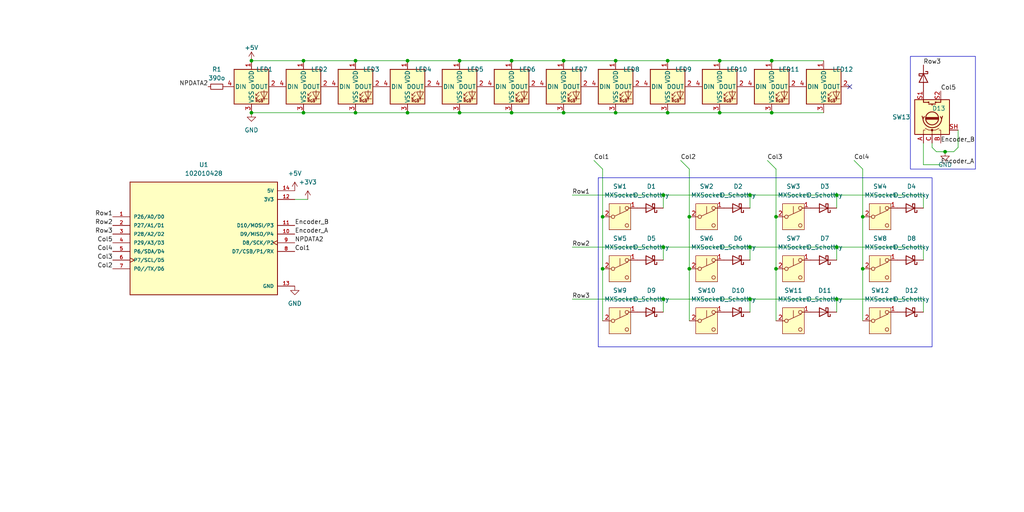
<source format=kicad_sch>
(kicad_sch (version 20230121) (generator eeschema)
  (paper "User" 299.999 150.012)
  (title_block (title "12KEMP") (rev "v2.1"))
  (lib_symbols
    (symbol "102010428:102010428" (pin_names (offset 1.016))
      (property "Reference" "U" (at -22.86 17.78 0))
      (property "Value" "102010428" (at -22.86 -17.78 0))
      (symbol "102010428_0_0"
        (rectangle (start -22.86 -15.24) (end 20.32 17.78) (stroke (width 0.254)) (fill (type background)))
        (pin bidirectional line (at -27.94 7.62 0) (length 5.08) (name "P26/A0/D0") (number "1"))
        (pin bidirectional line (at 25.4 2.54 180) (length 5.08) (name "D9/MISO/P4") (number "10"))
        (pin bidirectional line (at 25.4 5.08 180) (length 5.08) (name "D10/MOSI/P3") (number "11"))
        (pin power_in line (at 25.4 12.7 180) (length 5.08) (name "3V3") (number "12"))
        (pin power_in line (at 25.4 -12.7 180) (length 5.08) (name "GND") (number "13"))
        (pin power_in line (at 25.4 15.24 180) (length 5.08) (name "5V") (number "14"))
        (pin bidirectional line (at -27.94 5.08 0) (length 5.08) (name "P27/A1/D1") (number "2"))
        (pin bidirectional line (at -27.94 2.54 0) (length 5.08) (name "P28/A2/D2") (number "3"))
        (pin bidirectional line (at -27.94 0 0) (length 5.08) (name "P29/A3/D3") (number "4"))
        (pin bidirectional line (at -27.94 -2.54 0) (length 5.08) (name "P6/SDA/D4") (number "5"))
        (pin bidirectional clock (at -27.94 -5.08 0) (length 5.08) (name "P7/SCL/D5") (number "6"))
        (pin bidirectional line (at -27.94 -7.62 0) (length 5.08) (name "P0//TX/D6") (number "7"))
        (pin bidirectional line (at 25.4 -2.54 180) (length 5.08) (name "D7/CSB/P1/RX") (number "8"))
        (pin bidirectional clock (at 25.4 0 180) (length 5.08) (name "D8/SCK/P2") (number "9"))
      )
    )
    (symbol "Device:D_Schottky" (pin_numbers hide) (pin_names (offset 1.016) hide)
      (property "Reference" "D" (at 0 2.54 0))
      (property "Value" "D_Schottky" (at 0 -2.54 0))
      (symbol "D_Schottky_0_1"
        (polyline (pts (xy 1.27 0) (xy -1.27 0)))
        (polyline (pts (xy 1.27 1.27) (xy 1.27 -1.27) (xy -1.27 0) (xy 1.27 1.27)) (stroke (width 0.254)))
        (polyline (pts (xy -1.905 0.635) (xy -1.905 1.27) (xy -1.27 1.27) (xy -1.27 -1.27) (xy -0.635 -1.27) (xy -0.635 -0.635)) (stroke (width 0.254)))
      )
      (symbol "D_Schottky_1_1"
        (pin passive line (at -3.81 0 0) (length 2.54) (name "K") (number "1"))
        (pin passive line (at 3.81 0 180) (length 2.54) (name "A") (number "2"))
      )
    )
    (symbol "Device:R_Small" (pin_numbers hide) (pin_names (offset 0.254) hide)
      (property "Reference" "R" (at 0.762 0.508 0))
      (property "Value" "R_Small" (at 0.762 -1.016 0))
      (symbol "R_Small_0_1"
        (rectangle (start -0.762 1.778) (end 0.762 -1.778) (stroke (width 0.2032)))
      )
      (symbol "R_Small_1_1"
        (pin passive line (at 0 2.54 270) (length 0.762) (name "~") (number "1"))
        (pin passive line (at 0 -2.54 90) (length 0.762) (name "~") (number "2"))
      )
    )
    (symbol "Device:RotaryEncoder_Switch" (pin_names (offset 0.254) hide)
      (property "Reference" "SW14" (at 1.27 -6.35 90))
      (symbol "RotaryEncoder_Switch_0_1"
        (rectangle (start -5.08 5.08) (end 5.08 -5.08) (stroke (width 0.254)) (fill (type background)))
        (circle (center -3.81 0) (radius 0.254) (fill (type outline)))
        (circle (center -0.381 0) (radius 1.905) (stroke (width 0.254)))
        (arc (start -0.381 2.667) (mid -3.0988 -0.0635) (end -0.381 -2.794) (stroke (width 0.254)))
        (polyline (pts (xy -0.635 -1.778) (xy -0.635 1.778)) (stroke (width 0.254)))
        (polyline (pts (xy -0.381 -1.778) (xy -0.381 1.778)) (stroke (width 0.254)))
        (polyline (pts (xy -0.127 1.778) (xy -0.127 -1.778)) (stroke (width 0.254)))
        (polyline (pts (xy 3.81 0) (xy 3.429 0)) (stroke (width 0.254)))
        (polyline (pts (xy 3.81 1.016) (xy 3.81 -1.016)) (stroke (width 0.254)))
        (polyline (pts (xy -5.08 -2.54) (xy -3.81 -2.54) (xy -3.81 -2.032)))
        (polyline (pts (xy -5.08 2.54) (xy -3.81 2.54) (xy -3.81 2.032)))
        (polyline (pts (xy 0.254 -3.048) (xy -0.508 -2.794) (xy 0.127 -2.413)) (stroke (width 0.254)))
        (polyline (pts (xy 0.254 2.921) (xy -0.508 2.667) (xy 0.127 2.286)) (stroke (width 0.254)))
        (polyline (pts (xy 5.08 -2.54) (xy 4.318 -2.54) (xy 4.318 -1.016)) (stroke (width 0.254)))
        (polyline (pts (xy 5.08 2.54) (xy 4.318 2.54) (xy 4.318 1.016)) (stroke (width 0.254)))
        (polyline (pts (xy -5.08 0) (xy -3.81 0) (xy -3.81 -1.016) (xy -3.302 -2.032)))
        (polyline (pts (xy -4.318 0) (xy -3.81 0) (xy -3.81 1.016) (xy -3.302 2.032)))
        (circle (center 4.318 -1.016) (radius 0.127) (stroke (width 0.254)))
        (circle (center 4.318 1.016) (radius 0.127) (stroke (width 0.254)))
      )
      (symbol "RotaryEncoder_Switch_1_1"
        (pin passive line (at -7.62 2.54 0) (length 2.54) (name "A") (number "A"))
        (pin passive line (at -7.62 -2.54 0) (length 2.54) (name "B") (number "B"))
        (pin passive line (at -7.62 0 0) (length 2.54) (name "C") (number "C"))
        (pin passive line (at 7.62 2.54 180) (length 2.54) (name "S1") (number "S1"))
        (pin passive line (at 7.62 -2.54 180) (length 2.54) (name "S2") (number "S2"))
        (pin input line (at -3.81 -7.62 90) (length 2.54) (name "SHIELD") (number "SH"))
      )
    )
    (symbol "LED:WS2812B" (pin_names (offset 0.254))
      (property "Reference" "D" (at 5.08 5.715 0))
      (property "Value" "WS2812B" (at 1.27 -5.715 0))
      (symbol "WS2812B_0_0"
        (text "RGB" (at 2.286 -4.191 0) (effects (font (size 0.762 0.762))))
      )
      (symbol "WS2812B_0_1"
        (polyline (pts (xy 1.27 -3.556) (xy 1.778 -3.556)))
        (polyline (pts (xy 1.27 -2.54) (xy 1.778 -2.54)))
        (polyline (pts (xy 4.699 -3.556) (xy 2.667 -3.556)))
        (polyline (pts (xy 2.286 -2.54) (xy 1.27 -3.556) (xy 1.27 -3.048)))
        (polyline (pts (xy 2.286 -1.524) (xy 1.27 -2.54) (xy 1.27 -2.032)))
        (polyline (pts (xy 3.683 -1.016) (xy 3.683 -3.556) (xy 3.683 -4.064)))
        (polyline (pts (xy 4.699 -1.524) (xy 2.667 -1.524) (xy 3.683 -3.556) (xy 4.699 -1.524)))
        (rectangle (start 5.08 5.08) (end -5.08 -5.08) (stroke (width 0.254)) (fill (type background)))
      )
      (symbol "WS2812B_1_1"
        (pin power_in line (at 0 7.62 270) (length 2.54) (name "VDD") (number "1"))
        (pin output line (at 7.62 0 180) (length 2.54) (name "DOUT") (number "2"))
        (pin power_in line (at 0 -7.62 90) (length 2.54) (name "VSS") (number "3"))
        (pin input line (at -7.62 0 0) (length 2.54) (name "DIN") (number "4"))
      )
    )
    (symbol "SW_Push_SPDT_1" (pin_names (offset 0) hide)
      (property "Reference" "SW13" (at 0 8.89 0))
      (property "Value" "MXSocket" (at 0 6.35 0))
      (symbol "SW_Push_SPDT_1_0_0"
        (circle (center -2.032 0) (radius 0.508))
        (polyline (pts (xy 0 1.016) (xy 0 3.048)))
        (circle (center 2.032 -2.54) (radius 0.508))
      )
      (symbol "SW_Push_SPDT_1_0_1"
        (polyline (pts (xy -1.524 0.2032) (xy 2.3368 1.9812)))
        (circle (center 2.032 2.54) (radius 0.508))
      )
      (symbol "SW_Push_SPDT_1_1_1"
        (rectangle (start -3.175 3.81) (end 3.175 -3.81) (fill (type background)))
        (pin passive line (at 5.08 2.54 180) (length 2.54) (name "A") (number "1"))
        (pin passive line (at -5.08 0 0) (length 2.54) (name "B") (number "2"))
      )
    )
    (symbol "power:+3V3" (power) (pin_names (offset 0))
      (property "Value" "+3V3" (at 0 3.556 0))
      (symbol "+3V3_0_1"
        (polyline (pts (xy -0.762 1.27) (xy 0 2.54)))
        (polyline (pts (xy 0 0) (xy 0 2.54)))
        (polyline (pts (xy 0 2.54) (xy 0.762 1.27)))
      )
      (symbol "+3V3_1_1"
        (pin power_in line (at 0 0 90) (length 0) hide (name "+3V3") (number "1"))
      )
    )
    (symbol "power:+5V" (power) (pin_names (offset 0))
      (property "Value" "+5V" (at 0 3.556 0))
      (symbol "+5V_0_1"
        (polyline (pts (xy -0.762 1.27) (xy 0 2.54)))
        (polyline (pts (xy 0 0) (xy 0 2.54)))
        (polyline (pts (xy 0 2.54) (xy 0.762 1.27)))
      )
      (symbol "+5V_1_1"
        (pin power_in line (at 0 0 90) (length 0) hide (name "+5V") (number "1"))
      )
    )
    (symbol "power:GND" (power) (pin_names (offset 0))
      (property "Value" "GND" (at 0 -3.81 0))
      (symbol "GND_0_1"
        (polyline (pts (xy 0 0) (xy 0 -1.27) (xy 1.27 -1.27) (xy 0 -2.54) (xy -1.27 -1.27) (xy 0 -1.27)))
      )
      (symbol "GND_1_1"
        (pin power_in line (at 0 0 270) (length 0) hide (name "GND") (number "1"))
      )
    )
  )
  (junction (at 104.14 17.78))
  (junction (at 149.86 17.78))
  (junction (at 176.53 63.5))
  (junction (at 194.31 87.63))
  (junction (at 165.1 17.78))
  (junction (at 134.62 33.02))
  (junction (at 252.73 78.74))
  (junction (at 210.82 33.02))
  (junction (at 176.53 78.74))
  (junction (at 165.1 33.02))
  (junction (at 195.58 33.02))
  (junction (at 180.34 33.02))
  (junction (at 194.31 72.39))
  (junction (at 88.9 17.78))
  (junction (at 219.71 57.15))
  (junction (at 219.71 72.39))
  (junction (at 227.33 78.74))
  (junction (at 119.38 33.02))
  (junction (at 245.11 57.15))
  (junction (at 119.38 17.78))
  (junction (at 276.86 44.45))
  (junction (at 245.11 87.63))
  (junction (at 245.11 72.39))
  (junction (at 88.9 33.02))
  (junction (at 194.31 57.15))
  (junction (at 134.62 17.78))
  (junction (at 210.82 17.78))
  (junction (at 219.71 87.63))
  (junction (at 149.86 33.02))
  (junction (at 226.06 17.78))
  (junction (at 252.73 63.5))
  (junction (at 227.33 63.5))
  (junction (at 73.66 33.02))
  (junction (at 195.58 17.78))
  (junction (at 104.14 33.02))
  (junction (at 226.06 33.02))
  (junction (at 201.93 63.5))
  (junction (at 180.34 17.78))
  (junction (at 201.93 78.74))
  (junction (at 73.66 17.78))
  (no_connect (at 248.92 25.4))
  (wire (pts (xy 104.14 33.02) (xy 119.38 33.02)))
  (wire (pts (xy 88.9 17.78) (xy 104.14 17.78)))
  (wire (pts (xy 201.93 49.53) (xy 201.93 63.5)))
  (wire (pts (xy 280.67 38.1) (xy 280.67 43.18)))
  (wire (pts (xy 119.38 33.02) (xy 134.62 33.02)))
  (wire (pts (xy 194.31 87.63) (xy 219.71 87.63)))
  (wire (pts (xy 176.53 49.53) (xy 176.53 63.5)))
  (wire (pts (xy 210.82 17.78) (xy 226.06 17.78)))
  (wire (pts (xy 252.73 78.74) (xy 252.73 93.98)))
  (wire (pts (xy 149.86 17.78) (xy 165.1 17.78)))
  (wire (pts (xy 219.71 87.63) (xy 245.11 87.63)))
  (wire (pts (xy 227.33 63.5) (xy 227.33 78.74)))
  (wire (pts (xy 194.31 72.39) (xy 194.31 76.2)))
  (wire (pts (xy 270.51 57.15) (xy 270.51 60.96)))
  (wire (pts (xy 273.05 41.91) (xy 273.05 43.18)))
  (wire (pts (xy 176.53 63.5) (xy 176.53 78.74)))
  (wire (pts (xy 194.31 72.39) (xy 219.71 72.39)))
  (wire (pts (xy 149.86 33.02) (xy 165.1 33.02)))
  (wire (pts (xy 165.1 33.02) (xy 180.34 33.02)))
  (wire (pts (xy 219.71 72.39) (xy 219.71 76.2)))
  (wire (pts (xy 270.51 87.63) (xy 270.51 91.44)))
  (wire (pts (xy 276.86 44.45) (xy 279.4 44.45)))
  (wire (pts (xy 219.71 87.63) (xy 219.71 91.44)))
  (wire (pts (xy 134.62 17.78) (xy 149.86 17.78)))
  (wire (pts (xy 165.1 17.78) (xy 180.34 17.78)))
  (wire (pts (xy 210.82 33.02) (xy 226.06 33.02)))
  (wire (pts (xy 104.14 17.78) (xy 119.38 17.78)))
  (wire (pts (xy 90.17 58.42) (xy 86.36 58.42)))
  (wire (pts (xy 245.11 72.39) (xy 270.51 72.39)))
  (wire (pts (xy 245.11 72.39) (xy 245.11 76.2)))
  (wire (pts (xy 88.9 33.02) (xy 104.14 33.02)))
  (wire (pts (xy 73.66 17.78) (xy 88.9 17.78)))
  (wire (pts (xy 167.64 87.63) (xy 194.31 87.63)))
  (wire (pts (xy 199.39 46.99) (xy 201.93 49.53)))
  (wire (pts (xy 219.71 72.39) (xy 245.11 72.39)))
  (wire (pts (xy 252.73 49.53) (xy 252.73 63.5)))
  (wire (pts (xy 224.79 46.99) (xy 227.33 49.53)))
  (wire (pts (xy 73.66 33.02) (xy 88.9 33.02)))
  (wire (pts (xy 245.11 57.15) (xy 245.11 60.96)))
  (wire (pts (xy 201.93 78.74) (xy 201.93 93.98)))
  (wire (pts (xy 252.73 63.5) (xy 252.73 78.74)))
  (wire (pts (xy 226.06 17.78) (xy 241.3 17.78)))
  (wire (pts (xy 134.62 33.02) (xy 149.86 33.02)))
  (wire (pts (xy 245.11 57.15) (xy 270.51 57.15)))
  (wire (pts (xy 270.51 48.26) (xy 270.51 41.91)))
  (wire (pts (xy 279.4 44.45) (xy 280.67 43.18)))
  (wire (pts (xy 195.58 17.78) (xy 210.82 17.78)))
  (wire (pts (xy 195.58 33.02) (xy 210.82 33.02)))
  (wire (pts (xy 273.05 43.18) (xy 274.32 44.45)))
  (wire (pts (xy 167.64 57.15) (xy 194.31 57.15)))
  (wire (pts (xy 194.31 57.15) (xy 194.31 60.96)))
  (wire (pts (xy 167.64 72.39) (xy 194.31 72.39)))
  (wire (pts (xy 180.34 33.02) (xy 195.58 33.02)))
  (wire (pts (xy 180.34 17.78) (xy 195.58 17.78)))
  (wire (pts (xy 227.33 49.53) (xy 227.33 63.5)))
  (wire (pts (xy 194.31 87.63) (xy 194.31 91.44)))
  (wire (pts (xy 173.99 46.99) (xy 176.53 49.53)))
  (wire (pts (xy 194.31 57.15) (xy 219.71 57.15)))
  (wire (pts (xy 227.33 78.74) (xy 227.33 93.98)))
  (wire (pts (xy 226.06 33.02) (xy 241.3 33.02)))
  (wire (pts (xy 276.86 44.45) (xy 274.32 44.45)))
  (wire (pts (xy 119.38 17.78) (xy 134.62 17.78)))
  (wire (pts (xy 176.53 78.74) (xy 176.53 93.98)))
  (wire (pts (xy 270.51 72.39) (xy 270.51 76.2)))
  (wire (pts (xy 219.71 57.15) (xy 219.71 60.96)))
  (wire (pts (xy 245.11 87.63) (xy 245.11 91.44)))
  (wire (pts (xy 250.19 46.99) (xy 252.73 49.53)))
  (wire (pts (xy 245.11 87.63) (xy 270.51 87.63)))
  (wire (pts (xy 219.71 57.15) (xy 245.11 57.15)))
  (wire (pts (xy 275.59 48.26) (xy 270.51 48.26)))
  (wire (pts (xy 201.93 63.5) (xy 201.93 78.74)))
  (rectangle (start 175.26 52.07) (end 273.05 101.6))
  (rectangle (start 266.7 16.51) (end 285.75 49.53))
  (text "Rotary\nEncoder" (at 276.86 21.59 0) (effects (font (size 1.27 1.27) bold) (justify left bottom)))
  (text "Switch Array" (at 184.15 50.8 0) (effects (font (size 1.27 1.27) (thickness 0.254) bold) (justify left bottom)))
  (label "Col3" (at 224.79 46.99 0))
  (label "Col4" (at 250.19 46.99 0))
  (label "Encoder_A" (at 275.59 48.26 0))
  (label "Row1" (at 167.64 57.15 0))
  (label "NPDATA2" (at 60.96 25.4 180))
  (label "Row3" (at 167.64 87.63 0))
  (label "Col2" (at 33.02 78.74 180))
  (label "NPDATA2" (at 86.36 71.12 0))
  (label "Row2" (at 167.64 72.39 0))
  (label "Col2" (at 199.39 46.99 0))
  (label "Row2" (at 33.02 66.04 180))
  (label "Col1" (at 173.99 46.99 0))
  (label "Encoder_B" (at 275.59 41.91 0))
  (label "Encoder_B" (at 86.36 66.04 0))
  (label "Row1" (at 33.02 63.5 180))
  (label "Encoder_A" (at 86.36 68.58 0))
  (label "Col5" (at 275.59 26.67 0))
  (label "Col4" (at 33.02 73.66 180))
  (label "Row3" (at 270.51 19.05 0))
  (label "Row3" (at 33.02 68.58 180))
  (label "Col5" (at 33.02 71.12 180))
  (label "Col3" (at 33.02 76.2 180))
  (label "Col1" (at 86.36 73.66 0))
  (symbol (lib_name "SW_Push_SPDT_1") (lib_id "Switch:SW_Push_SPDT") (at 181.61 78.74 0) (unit 1)
    (property "Reference" "SW5" (at 181.61 69.85 0))
    (property "Value" "MXSocket" (at 181.61 72.39 0))
    (property "Footprint" "KalihChocV1:Kailh_socket_MX" (effects hide))
  )
  (symbol (lib_id "LED:WS2812B") (at 73.66 25.4 0) (unit 1)
    (property "Reference" "LED1" (at 77.47 20.32 0))
    (property "Value" "NeoPixel_THT" (effects hide))
    (property "Footprint" "4960 NeoPixels:4960_ADA" (effects hide))
    (property "Datasheet" "https://cdn-shop.adafruit.com/datasheets/WS2812B.pdf" (effects hide))
  )
  (symbol (lib_id "LED:WS2812B") (at 134.62 25.4 0) (unit 1)
    (property "Reference" "LED5" (at 136.8141 20.32 0) (effects (justify left)))
    (property "Value" "NeoPixel_THT" (effects hide))
    (property "Footprint" "4960 NeoPixels:4960_ADA" (effects hide))
    (property "Datasheet" "https://cdn-shop.adafruit.com/datasheets/WS2812B.pdf" (effects hide))
  )
  (symbol (lib_name "SW_Push_SPDT_1") (lib_id "Switch:SW_Push_SPDT") (at 181.61 93.98 0) (unit 1)
    (property "Reference" "SW9" (at 181.61 85.09 0))
    (property "Value" "MXSocket" (at 181.61 87.63 0))
    (property "Footprint" "KalihChocV1:Kailh_socket_MX" (effects hide))
  )
  (symbol (lib_id "Device:D_Schottky") (at 241.3 60.96 180) (unit 1)
    (property "Reference" "D3" (at 241.6175 54.61 0))
    (property "Value" "D_Schottky" (at 241.6175 57.15 0))
    (property "Footprint" "Diode_SMD:D_0603_1608Metric_Pad1.05x0.95mm_HandSolder" (effects hide))
  )
  (symbol (lib_id "power:GND") (at 276.86 44.45 0) (unit 1)
    (property "Reference" "#PWR09" (effects hide))
    (property "Value" "GND" (at 276.86 48.26 0))
  )
  (symbol (lib_id "Device:D_Schottky") (at 270.51 22.86 270) (unit 1)
    (property "Reference" "D13" (at 273.05 31.75 90) (effects (justify left)))
    (property "Value" "D_Schottky" (effects hide))
    (property "Footprint" "Diode_SMD:D_0603_1608Metric_Pad1.05x0.95mm_HandSolder" (effects hide))
  )
  (symbol (lib_id "Device:D_Schottky") (at 266.7 76.2 180) (unit 1)
    (property "Reference" "D8" (at 267.0175 69.85 0))
    (property "Value" "D_Schottky" (at 267.0175 72.39 0))
    (property "Footprint" "Diode_SMD:D_0603_1608Metric_Pad1.05x0.95mm_HandSolder" (effects hide))
  )
  (symbol (lib_id "Device:D_Schottky") (at 215.9 91.44 180) (unit 1)
    (property "Reference" "D10" (at 216.2175 85.09 0))
    (property "Value" "D_Schottky" (at 216.2175 87.63 0))
    (property "Footprint" "Diode_SMD:D_0603_1608Metric_Pad1.05x0.95mm_HandSolder" (effects hide))
  )
  (symbol (lib_name "SW_Push_SPDT_1") (lib_id "Switch:SW_Push_SPDT") (at 181.61 63.5 0) (unit 1)
    (property "Reference" "SW1" (at 181.61 54.61 0))
    (property "Value" "MXSocket" (at 181.61 57.15 0))
    (property "Footprint" "KalihChocV1:Kailh_socket_MX" (effects hide))
  )
  (symbol (lib_id "Device:D_Schottky") (at 266.7 91.44 180) (unit 1)
    (property "Reference" "D12" (at 267.0175 85.09 0))
    (property "Value" "D_Schottky" (at 267.0175 87.63 0))
    (property "Footprint" "Diode_SMD:D_0603_1608Metric_Pad1.05x0.95mm_HandSolder" (effects hide))
  )
  (symbol (lib_name "SW_Push_SPDT_1") (lib_id "Switch:SW_Push_SPDT") (at 207.01 93.98 0) (unit 1)
    (property "Reference" "SW10" (at 207.01 85.09 0))
    (property "Value" "MXSocket" (at 207.01 87.63 0))
    (property "Footprint" "KalihChocV1:Kailh_socket_MX" (effects hide))
  )
  (symbol (lib_id "LED:WS2812B") (at 88.9 25.4 0) (unit 1)
    (property "Reference" "LED2" (at 91.0941 20.32 0) (effects (justify left)))
    (property "Value" "NeoPixel_THT" (effects hide))
    (property "Footprint" "4960 NeoPixels:4960_ADA" (effects hide))
    (property "Datasheet" "https://cdn-shop.adafruit.com/datasheets/WS2812B.pdf" (effects hide))
  )
  (symbol (lib_id "power:GND") (at 73.66 33.02 0) (unit 1)
    (property "Reference" "#PWR04" (effects hide))
    (property "Value" "GND" (at 73.66 38.1 0))
  )
  (symbol (lib_id "power:GND") (at 86.36 83.82 0) (unit 1)
    (property "Reference" "#PWR02" (effects hide))
    (property "Value" "GND" (at 86.36 88.9 0))
  )
  (symbol (lib_name "SW_Push_SPDT_1") (lib_id "Switch:SW_Push_SPDT") (at 207.01 63.5 0) (unit 1)
    (property "Reference" "SW2" (at 207.01 54.61 0))
    (property "Value" "MXSocket" (at 207.01 57.15 0))
    (property "Footprint" "KalihChocV1:Kailh_socket_MX" (effects hide))
  )
  (symbol (lib_id "Device:RotaryEncoder_Switch") (at 273.05 34.29 90) (unit 1)
    (property "Reference" "SW13" (at 266.7 34.29 90) (effects (justify left)))
    (property "Value" "RotaryEncoder_Switch" (effects hide))
    (property "Footprint" "Rotary_Encoder:RotaryEncoder_Bourns_Vertical_PEC12R-3x17F-Sxxxx" (effects hide))
  )
  (symbol (lib_id "LED:WS2812B") (at 241.3 25.4 0) (unit 1)
    (property "Reference" "LED12" (at 243.84 20.32 0) (effects (justify left)))
    (property "Value" "NeoPixel_THT" (effects hide))
    (property "Footprint" "4960 NeoPixels:4960_ADA" (effects hide))
    (property "Datasheet" "https://cdn-shop.adafruit.com/datasheets/WS2812B.pdf" (effects hide))
  )
  (symbol (lib_id "Device:D_Schottky") (at 241.3 91.44 180) (unit 1)
    (property "Reference" "D11" (at 241.6175 85.09 0))
    (property "Value" "D_Schottky" (at 241.6175 87.63 0))
    (property "Footprint" "Diode_SMD:D_0603_1608Metric_Pad1.05x0.95mm_HandSolder" (effects hide))
  )
  (symbol (lib_id "LED:WS2812B") (at 104.14 25.4 0) (unit 1)
    (property "Reference" "LED3" (at 106.3341 20.32 0) (effects (justify left)))
    (property "Value" "NeoPixel_THT" (effects hide))
    (property "Footprint" "4960 NeoPixels:4960_ADA" (effects hide))
    (property "Datasheet" "https://cdn-shop.adafruit.com/datasheets/WS2812B.pdf" (effects hide))
  )
  (symbol (lib_name "SW_Push_SPDT_1") (lib_id "Switch:SW_Push_SPDT") (at 207.01 78.74 0) (unit 1)
    (property "Reference" "SW6" (at 207.01 69.85 0))
    (property "Value" "MXSocket" (at 207.01 72.39 0))
    (property "Footprint" "KalihChocV1:Kailh_socket_MX" (effects hide))
  )
  (symbol (lib_name "SW_Push_SPDT_1") (lib_id "Switch:SW_Push_SPDT") (at 232.41 78.74 0) (unit 1)
    (property "Reference" "SW7" (at 232.41 69.85 0))
    (property "Value" "MXSocket" (at 232.41 72.39 0))
    (property "Footprint" "KalihChocV1:Kailh_socket_MX" (effects hide))
  )
  (symbol (lib_id "Device:D_Schottky") (at 190.5 91.44 180) (unit 1)
    (property "Reference" "D9" (at 190.8175 85.09 0))
    (property "Value" "D_Schottky" (at 190.8175 87.63 0))
    (property "Footprint" "Diode_SMD:D_0603_1608Metric_Pad1.05x0.95mm_HandSolder" (effects hide))
  )
  (symbol (lib_id "LED:WS2812B") (at 210.82 25.4 0) (unit 1)
    (property "Reference" "LED10" (at 215.9 20.32 0))
    (property "Value" "NeoPixel_THT" (effects hide))
    (property "Footprint" "4960 NeoPixels:4960_ADA" (effects hide))
    (property "Datasheet" "https://cdn-shop.adafruit.com/datasheets/WS2812B.pdf" (effects hide))
  )
  (symbol (lib_id "LED:WS2812B") (at 119.38 25.4 0) (unit 1)
    (property "Reference" "LED4" (at 121.5741 20.32 0) (effects (justify left)))
    (property "Value" "NeoPixel_THT" (effects hide))
    (property "Footprint" "4960 NeoPixels:4960_ADA" (effects hide))
    (property "Datasheet" "https://cdn-shop.adafruit.com/datasheets/WS2812B.pdf" (effects hide))
  )
  (symbol (lib_id "Device:D_Schottky") (at 266.7 60.96 180) (unit 1)
    (property "Reference" "D4" (at 267.0175 54.61 0))
    (property "Value" "D_Schottky" (at 267.0175 57.15 0))
    (property "Footprint" "Diode_SMD:D_0603_1608Metric_Pad1.05x0.95mm_HandSolder" (effects hide))
  )
  (symbol (lib_id "Device:R_Small") (at 63.5 25.4 90) (unit 1)
    (property "Reference" "R1" (at 63.5 20.32 90))
    (property "Value" "390o" (at 63.5 22.86 90))
    (property "Footprint" "Resistor_SMD:R_0603_1608Metric_Pad0.98x0.95mm_HandSolder" (effects hide))
  )
  (symbol (lib_id "power:+5V") (at 86.36 55.88 0) (unit 1)
    (property "Reference" "#PWR01" (effects hide))
    (property "Value" "+5V" (at 86.36 50.8 0))
  )
  (symbol (lib_id "102010428:102010428") (at 60.96 71.12 0) (unit 1)
    (property "Reference" "U1" (at 59.69 48.26 0))
    (property "Value" "102010428" (at 59.69 50.8 0))
    (property "Footprint" "102010428:MODULE_102010428" (effects hide))
    (property "PARTREV" "1.3" (effects hide))
    (property "STANDARD" "Manufacturer Recommendations" (effects hide))
    (property "MAXIMUM_PACKAGE_HEIGHT" "N/A" (effects hide))
    (property "MANUFACTURER" "Seeedstudio" (effects hide))
  )
  (symbol (lib_name "SW_Push_SPDT_1") (lib_id "Switch:SW_Push_SPDT") (at 257.81 78.74 0) (unit 1)
    (property "Reference" "SW8" (at 257.81 69.85 0))
    (property "Value" "MXSocket" (at 257.81 72.39 0))
    (property "Footprint" "KalihChocV1:Kailh_socket_MX" (effects hide))
  )
  (symbol (lib_id "LED:WS2812B") (at 195.58 25.4 0) (unit 1)
    (property "Reference" "LED9" (at 197.7741 20.32 0) (effects (justify left)))
    (property "Value" "NeoPixel_THT" (effects hide))
    (property "Footprint" "4960 NeoPixels:4960_ADA" (effects hide))
    (property "Datasheet" "https://cdn-shop.adafruit.com/datasheets/WS2812B.pdf" (effects hide))
  )
  (symbol (lib_id "LED:WS2812B") (at 149.86 25.4 0) (unit 1)
    (property "Reference" "LED6" (at 152.0541 20.32 0) (effects (justify left)))
    (property "Value" "NeoPixel_THT" (effects hide))
    (property "Footprint" "4960 NeoPixels:4960_ADA" (effects hide))
    (property "Datasheet" "https://cdn-shop.adafruit.com/datasheets/WS2812B.pdf" (effects hide))
  )
  (symbol (lib_id "Device:D_Schottky") (at 190.5 60.96 180) (unit 1)
    (property "Reference" "D1" (at 190.8175 54.61 0))
    (property "Value" "D_Schottky" (at 190.8175 57.15 0))
    (property "Footprint" "Diode_SMD:D_0603_1608Metric_Pad1.05x0.95mm_HandSolder" (effects hide))
    (property "Datasheet" "  (layer \"F.Cu\")" (effects hide))
  )
  (symbol (lib_id "LED:WS2812B") (at 180.34 25.4 0) (unit 1)
    (property "Reference" "LED8" (at 182.5341 20.32 0) (effects (justify left)))
    (property "Value" "NeoPixel_THT" (effects hide))
    (property "Footprint" "4960 NeoPixels:4960_ADA" (effects hide))
    (property "Datasheet" "https://cdn-shop.adafruit.com/datasheets/WS2812B.pdf" (effects hide))
  )
  (symbol (lib_id "LED:WS2812B") (at 165.1 25.4 0) (unit 1)
    (property "Reference" "LED7" (at 167.2941 20.32 0) (effects (justify left)))
    (property "Value" "NeoPixel_THT" (effects hide))
    (property "Footprint" "4960 NeoPixels:4960_ADA" (effects hide))
    (property "Datasheet" "https://cdn-shop.adafruit.com/datasheets/WS2812B.pdf" (effects hide))
  )
  (symbol (lib_name "SW_Push_SPDT_1") (lib_id "Switch:SW_Push_SPDT") (at 232.41 93.98 0) (unit 1)
    (property "Reference" "SW11" (at 232.41 85.09 0))
    (property "Value" "MXSocket" (at 232.41 87.63 0))
    (property "Footprint" "KalihChocV1:Kailh_socket_MX" (effects hide))
  )
  (symbol (lib_id "LED:WS2812B") (at 226.06 25.4 0) (unit 1)
    (property "Reference" "LED11" (at 231.14 20.32 0))
    (property "Value" "NeoPixel_THT" (effects hide))
    (property "Footprint" "4960 NeoPixels:4960_ADA" (effects hide))
    (property "Datasheet" "https://cdn-shop.adafruit.com/datasheets/WS2812B.pdf" (effects hide))
  )
  (symbol (lib_id "Device:D_Schottky") (at 215.9 76.2 180) (unit 1)
    (property "Reference" "D6" (at 216.2175 69.85 0))
    (property "Value" "D_Schottky" (at 216.2175 72.39 0))
    (property "Footprint" "Diode_SMD:D_0603_1608Metric_Pad1.05x0.95mm_HandSolder" (effects hide))
  )
  (symbol (lib_name "SW_Push_SPDT_1") (lib_id "Switch:SW_Push_SPDT") (at 232.41 63.5 0) (unit 1)
    (property "Reference" "SW3" (at 232.41 54.61 0))
    (property "Value" "MXSocket" (at 232.41 57.15 0))
    (property "Footprint" "KalihChocV1:Kailh_socket_MX" (effects hide))
  )
  (symbol (lib_id "Device:D_Schottky") (at 215.9 60.96 180) (unit 1)
    (property "Reference" "D2" (at 216.2175 54.61 0))
    (property "Value" "D_Schottky" (at 216.2175 57.15 0))
    (property "Footprint" "Diode_SMD:D_0603_1608Metric_Pad1.05x0.95mm_HandSolder" (effects hide))
  )
  (symbol (lib_id "Device:D_Schottky") (at 241.3 76.2 180) (unit 1)
    (property "Reference" "D7" (at 241.6175 69.85 0))
    (property "Value" "D_Schottky" (at 241.6175 72.39 0))
    (property "Footprint" "Diode_SMD:D_0603_1608Metric_Pad1.05x0.95mm_HandSolder" (effects hide))
  )
  (symbol (lib_name "SW_Push_SPDT_1") (lib_id "Switch:SW_Push_SPDT") (at 257.81 93.98 0) (unit 1)
    (property "Reference" "SW12" (at 257.81 85.09 0))
    (property "Value" "MXSocket" (at 257.81 87.63 0))
    (property "Footprint" "KalihChocV1:Kailh_socket_MX" (effects hide))
  )
  (symbol (lib_id "power:+3V3") (at 90.17 58.42 0) (unit 1)
    (property "Reference" "#PWR03" (effects hide))
    (property "Value" "+3V3" (at 90.17 53.34 0))
  )
  (symbol (lib_name "SW_Push_SPDT_1") (lib_id "Switch:SW_Push_SPDT") (at 257.81 63.5 0) (unit 1)
    (property "Reference" "SW4" (at 257.81 54.61 0))
    (property "Value" "MXSocket" (at 257.81 57.15 0))
    (property "Footprint" "KalihChocV1:Kailh_socket_MX" (effects hide))
  )
  (symbol (lib_id "power:+5V") (at 73.66 17.78 0) (unit 1)
    (property "Reference" "#PWR05" (effects hide))
    (property "Value" "+5V" (at 73.66 13.97 0))
  )
  (symbol (lib_id "Device:D_Schottky") (at 190.5 76.2 180) (unit 1)
    (property "Reference" "D5" (at 190.8175 69.85 0))
    (property "Value" "D_Schottky" (at 190.8175 72.39 0))
    (property "Footprint" "Diode_SMD:D_0603_1608Metric_Pad1.05x0.95mm_HandSolder" (effects hide))
  )
)
</source>
